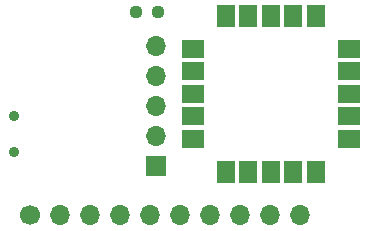
<source format=gbr>
%TF.GenerationSoftware,KiCad,Pcbnew,7.0.2-1.fc38*%
%TF.CreationDate,2023-06-06T15:14:40+02:00*%
%TF.ProjectId,F0_MyCompass,46305f4d-7943-46f6-9d70-6173732e6b69,rev?*%
%TF.SameCoordinates,Original*%
%TF.FileFunction,Soldermask,Top*%
%TF.FilePolarity,Negative*%
%FSLAX46Y46*%
G04 Gerber Fmt 4.6, Leading zero omitted, Abs format (unit mm)*
G04 Created by KiCad (PCBNEW 7.0.2-1.fc38) date 2023-06-06 15:14:40*
%MOMM*%
%LPD*%
G01*
G04 APERTURE LIST*
G04 Aperture macros list*
%AMRoundRect*
0 Rectangle with rounded corners*
0 $1 Rounding radius*
0 $2 $3 $4 $5 $6 $7 $8 $9 X,Y pos of 4 corners*
0 Add a 4 corners polygon primitive as box body*
4,1,4,$2,$3,$4,$5,$6,$7,$8,$9,$2,$3,0*
0 Add four circle primitives for the rounded corners*
1,1,$1+$1,$2,$3*
1,1,$1+$1,$4,$5*
1,1,$1+$1,$6,$7*
1,1,$1+$1,$8,$9*
0 Add four rect primitives between the rounded corners*
20,1,$1+$1,$2,$3,$4,$5,0*
20,1,$1+$1,$4,$5,$6,$7,0*
20,1,$1+$1,$6,$7,$8,$9,0*
20,1,$1+$1,$8,$9,$2,$3,0*%
G04 Aperture macros list end*
%ADD10R,1.700000X1.700000*%
%ADD11O,1.700000X1.700000*%
%ADD12RoundRect,0.000001X-0.900000X-0.750000X0.900000X-0.750000X0.900000X0.750000X-0.900000X0.750000X0*%
%ADD13RoundRect,0.000001X-0.750000X-0.900000X0.750000X-0.900000X0.750000X0.900000X-0.750000X0.900000X0*%
%ADD14RoundRect,0.237500X-0.250000X-0.237500X0.250000X-0.237500X0.250000X0.237500X-0.250000X0.237500X0*%
%ADD15C,1.700000*%
%ADD16C,0.900000*%
G04 APERTURE END LIST*
D10*
%TO.C,GY-271*%
X92850000Y-95850000D03*
D11*
X92850000Y-93310000D03*
X92850000Y-90770000D03*
X92850000Y-88230000D03*
X92850000Y-85690000D03*
%TD*%
D12*
%TO.C,U1*%
X96000000Y-85900000D03*
X96000000Y-87800000D03*
X96000000Y-89700000D03*
X96000000Y-91600000D03*
X96000000Y-93500000D03*
D13*
X98800000Y-96300000D03*
X100700000Y-96300000D03*
X102600000Y-96300000D03*
X104500000Y-96300000D03*
X106400000Y-96300000D03*
D12*
X109200000Y-93500000D03*
X109200000Y-91600000D03*
X109200000Y-89700000D03*
X109200000Y-87800000D03*
X109200000Y-85900000D03*
D13*
X106400000Y-83100000D03*
X104500000Y-83100000D03*
X102600000Y-83100000D03*
X100700000Y-83100000D03*
X98800000Y-83100000D03*
%TD*%
D14*
%TO.C,R1*%
X91187500Y-82800000D03*
X93012500Y-82800000D03*
%TD*%
D15*
%TO.C,J1*%
X82220000Y-100000000D03*
D11*
X84760000Y-100000000D03*
X87300000Y-100000000D03*
X89840000Y-100000000D03*
X92380000Y-100000000D03*
X94920000Y-100000000D03*
X97460000Y-100000000D03*
X100000000Y-100000000D03*
X102540000Y-100000000D03*
X105080000Y-100000000D03*
%TD*%
D16*
%TO.C,SW1*%
X80870000Y-94600000D03*
X80870000Y-91600000D03*
%TD*%
M02*

</source>
